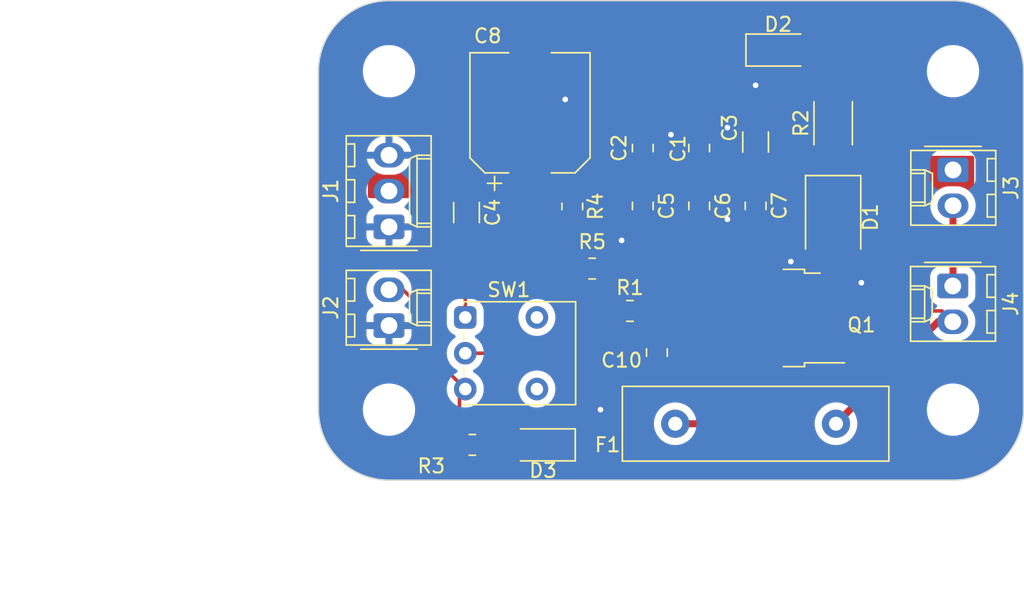
<source format=kicad_pcb>
(kicad_pcb (version 20240108) (generator "pcbnew") (generator_version "8.0")
  (title_block (title "Onboarding horns board pcb") (date "2025-09-13") (rev "0.0") (company "Illini Solar Car") (comment 1 "Designed By: Alex Wang"))
  (layers (0 "F.Cu" signal) (31 "B.Cu" signal) (34 "B.Paste" user) (35 "F.Paste" user) (36 "B.SilkS" user "B.Silkscreen") (37 "F.SilkS" user "F.Silkscreen") (38 "B.Mask" user) (39 "F.Mask" user) (44 "Edge.Cuts" user))
  (net 0 "")
  (net 1 "GND")
  (net 2 "+24V")
  (net 3 "/HORN_CTL_filtered")
  (net 4 "/HORN_IN")
  (net 5 "Net-(D2-A)")
  (net 6 "Net-(D3-A)")
  (net 7 "/HORN_IN_DRAIN")
  (net 8 "/HORN_CTL")
  (net 9 "/HORN_MIDDLE")
  (net 10 "/SW_OUT")
  (net 11 "/V_divider3.3V")
  (footprint "Capacitor_SMD:C_0805_2012Metric" (layer "F.Cu") (at 119 91.45 -90)
    (property "Reference" "C10" (at 0.55 2.5 180) (layer "F.SilkS"))
    (property "Value" "100n")
    (fp_line (start -0.261252 0.735) (end 0.261252 0.735) (stroke (width 0.12)) (layer "F.SilkS"))
    (fp_line (start -0.261252 -0.735) (end 0.261252 -0.735) (stroke (width 0.12)) (layer "F.SilkS"))
    (pad "1" smd roundrect (at -0.95 0 270) (size 1 1.45) (layers "F.Cu" "F.Paste" "F.Mask") (net 3 "/HORN_CTL_filtered"))
    (pad "2" smd roundrect (at 0.95 0 270) (size 1 1.45) (layers "F.Cu" "F.Paste" "F.Mask") (net 1 "GND"))
  )
  (footprint "Connector_Molex:Molex_KK-254_AE-6410-03A_1x03_P2.54mm_Vertical" (layer "F.Cu") (at 100 82.54 90)
    (property "Reference" "J1" (at 2.54 -4.12 90) (layer "F.SilkS"))
    (property "Value" "Conn_01x03")
    (fp_line (start 6.46 -3.03) (end -1.38 -3.03) (stroke (width 0.12)) (layer "F.SilkS"))
    (fp_line (start 4.28 -3.03) (end 4.28 -2.43) (stroke (width 0.12)) (layer "F.SilkS"))
    (fp_line (start 1.74 -3.03) (end 1.74 -2.43) (stroke (width 0.12)) (layer "F.SilkS"))
    (fp_line (start -0.8 -3.03) (end -0.8 -2.43) (stroke (width 0.12)) (layer "F.SilkS"))
    (fp_line (start -1.38 -3.03) (end -1.38 2.99) (stroke (width 0.12)) (layer "F.SilkS"))
    (fp_line (start 5.88 -2.43) (end 5.88 -3.03) (stroke (width 0.12)) (layer "F.SilkS"))
    (fp_line (start 4.28 -2.43) (end 5.88 -2.43) (stroke (width 0.12)) (layer "F.SilkS"))
    (fp_line (start 3.34 -2.43) (end 3.34 -3.03) (stroke (width 0.12)) (layer "F.SilkS"))
    (fp_line (start 1.74 -2.43) (end 3.34 -2.43) (stroke (width 0.12)) (layer "F.SilkS"))
    (fp_line (start 0.8 -2.43) (end 0.8 -3.03) (stroke (width 0.12)) (layer "F.SilkS"))
    (fp_line (start -0.8 -2.43) (end 0.8 -2.43) (stroke (width 0.12)) (layer "F.SilkS"))
    (fp_line (start -1.67 -2) (end -1.67 2) (stroke (width 0.12)) (layer "F.SilkS"))
    (fp_line (start 4.83 1.46) (end 5.08 1.99) (stroke (width 0.12)) (layer "F.SilkS"))
    (fp_line (start 0.25 1.46) (end 4.83 1.46) (stroke (width 0.12)) (layer "F.SilkS"))
    (fp_line (start 5.08 1.99) (end 5.08 2.99) (stroke (width 0.12)) (layer "F.SilkS"))
    (fp_line (start 0 1.99) (end 0.25 1.46) (stroke (width 0.12)) (layer "F.SilkS"))
    (fp_line (start 0 1.99) (end 5.08 1.99) (stroke (width 0.12)) (layer "F.SilkS"))
    (fp_line (start 6.46 2.99) (end 6.46 -3.03) (stroke (width 0.12)) (layer "F.SilkS"))
    (fp_line (start 4.83 2.99) (end 4.83 1.99) (stroke (width 0.12)) (layer "F.SilkS"))
    (fp_line (start 0.25 2.99) (end 0.25 1.99) (stroke (width 0.12)) (layer "F.SilkS"))
    (fp_line (start 0 2.99) (end 0 1.99) (stroke (width 0.12)) (layer "F.SilkS"))
    (fp_line (start -1.38 2.99) (end 6.46 2.99) (stroke (width 0.12)) (layer "F.SilkS"))
    (pad "1" thru_hole roundrect (at 0 0 90) (size 1.74 2.19) (drill 1.19) (layers "*.Cu" "*.Mask" "In1.Cu" "In2.Cu" "In3.Cu" "In4.Cu" "In5.Cu" "In6.Cu" "In7.Cu" "In8.Cu" "In9.Cu" "In10.Cu" "In11.Cu" "In12.Cu" "In13.Cu" "In14.Cu" "In15.Cu" "In16.Cu" "In17.Cu" "In18.Cu" "In19.Cu" "In20.Cu" "In21.Cu" "In22.Cu" "In23.Cu" "In24.Cu" "In25.Cu" "In26.Cu" "In27.Cu" "In28.Cu" "In29.Cu" "In30.Cu") (roundrect_rratio 0.143678) (net 1 "GND"))
    (pad "2" thru_hole oval (at 2.54 0 90) (size 1.74 2.19) (drill 1.19) (layers "*.Cu" "*.Mask" "In1.Cu" "In2.Cu" "In3.Cu" "In4.Cu" "In5.Cu" "In6.Cu" "In7.Cu" "In8.Cu" "In9.Cu" "In10.Cu" "In11.Cu" "In12.Cu" "In13.Cu" "In14.Cu" "In15.Cu" "In16.Cu" "In17.Cu" "In18.Cu" "In19.Cu" "In20.Cu" "In21.Cu" "In22.Cu" "In23.Cu" "In24.Cu" "In25.Cu" "In26.Cu" "In27.Cu" "In28.Cu" "In29.Cu" "In30.Cu") (net 2 "+24V"))
    (pad "3" thru_hole oval (at 5.08 0 90) (size 1.74 2.19) (drill 1.19) (layers "*.Cu" "*.Mask" "In1.Cu" "In2.Cu" "In3.Cu" "In4.Cu" "In5.Cu" "In6.Cu" "In7.Cu" "In8.Cu" "In9.Cu" "In10.Cu" "In11.Cu" "In12.Cu" "In13.Cu" "In14.Cu" "In15.Cu" "In16.Cu" "In17.Cu" "In18.Cu" "In19.Cu" "In20.Cu" "In21.Cu" "In22.Cu" "In23.Cu" "In24.Cu" "In25.Cu" "In26.Cu" "In27.Cu" "In28.Cu" "In29.Cu" "In30.Cu") (net 1 "GND"))
  )
  (footprint "Package_TO_SOT_SMD:TO-252-3_TabPin2" (layer "F.Cu") (at 127 89 180)
    (property "Reference" "Q1" (at -6.5 -0.5 360) (layer "F.SilkS"))
    (property "Value" "Q_NMOS_DGS")
    (fp_line (start -0.97 3.45) (end -2.47 3.45) (stroke (width 0.12)) (layer "F.SilkS"))
    (fp_line (start -0.97 -3.45) (end -2.47 -3.45) (stroke (width 0.12)) (layer "F.SilkS"))
    (fp_line (start -2.47 3.45) (end -2.47 3.18) (stroke (width 0.12)) (layer "F.SilkS"))
    (fp_line (start -2.47 3.18) (end -3.57 3.18) (stroke (width 0.12)) (layer "F.SilkS"))
    (fp_line (start -2.47 -3.18) (end -5.3 -3.18) (stroke (width 0.12)) (layer "F.SilkS"))
    (fp_line (start -2.47 -3.45) (end -2.47 -3.18) (stroke (width 0.12)) (layer "F.SilkS"))
    (pad "1" smd rect (at -4.2 -2.28 180) (size 2.2 1.2) (layers "F.Cu" "F.Paste" "F.Mask") (net 7 "/HORN_IN_DRAIN"))
    (pad "2" smd rect (at -4.2 0 180) (size 2.2 1.2) (layers "F.Cu" "F.Paste" "F.Mask") (net 3 "/HORN_CTL_filtered"))
    (pad "2" smd rect (at 2.1 0 180) (size 6.4 5.8) (layers "F.Cu" "F.Mask") (net 3 "/HORN_CTL_filtered"))
    (pad "3" smd rect (at -4.2 2.28 180) (size 2.2 1.2) (layers "F.Cu" "F.Paste" "F.Mask") (net 1 "GND"))
  )
  (footprint "Resistor_SMD:R_0805_2012Metric" (layer "F.Cu") (at 105.9125 98)
    (property "Reference" "R3" (at -2.9125 1.5 0) (layer "F.SilkS"))
    (property "Value" "130")
    (fp_line (start -0.227064 -0.735) (end 0.227064 -0.735) (stroke (width 0.12)) (layer "F.SilkS"))
    (fp_line (start -0.227064 0.735) (end 0.227064 0.735) (stroke (width 0.12)) (layer "F.SilkS"))
    (pad "1" smd roundrect (at -0.9125 0) (size 1.025 1.4) (layers "F.Cu" "F.Paste" "F.Mask") (roundrect_rratio 0.243902) (net 8 "/HORN_CTL"))
    (pad "2" smd roundrect (at 0.9125 0) (size 1.025 1.4) (layers "F.Cu" "F.Paste" "F.Mask") (roundrect_rratio 0.243902) (net 6 "Net-(D3-A)"))
  )
  (footprint "Resistor_SMD:R_0805_2012Metric" (layer "F.Cu") (at 117.0875 88.5)
    (property "Reference" "R1" (at 0 -1.65 360) (layer "F.SilkS"))
    (property "Value" "1k")
    (fp_line (start -0.227064 -0.735) (end 0.227064 -0.735) (stroke (width 0.12)) (layer "F.SilkS"))
    (fp_line (start -0.227064 0.735) (end 0.227064 0.735) (stroke (width 0.12)) (layer "F.SilkS"))
    (pad "1" smd roundrect (at -0.9125 0) (size 1.025 1.4) (layers "F.Cu" "F.Paste" "F.Mask") (roundrect_rratio 0.243902) (net 10 "/SW_OUT"))
    (pad "2" smd roundrect (at 0.9125 0) (size 1.025 1.4) (layers "F.Cu" "F.Paste" "F.Mask") (roundrect_rratio 0.243902) (net 3 "/HORN_CTL_filtered"))
  )
  (footprint "Connector_Molex:Molex_KK-254_AE-6410-02A_1x02_P2.54mm_Vertical" (layer "F.Cu") (at 100 89.54 90)
    (property "Reference" "J2" (at 1.27 -4.12 90) (layer "F.SilkS"))
    (property "Value" "Conn_01x02")
    (fp_line (start 3.92 -3.03) (end -1.38 -3.03) (stroke (width 0.12)) (layer "F.SilkS"))
    (fp_line (start 1.74 -3.03) (end 1.74 -2.43) (stroke (width 0.12)) (layer "F.SilkS"))
    (fp_line (start -0.8 -3.03) (end -0.8 -2.43) (stroke (width 0.12)) (layer "F.SilkS"))
    (fp_line (start -1.38 -3.03) (end -1.38 2.99) (stroke (width 0.12)) (layer "F.SilkS"))
    (fp_line (start 3.34 -2.43) (end 3.34 -3.03) (stroke (width 0.12)) (layer "F.SilkS"))
    (fp_line (start 1.74 -2.43) (end 3.34 -2.43) (stroke (width 0.12)) (layer "F.SilkS"))
    (fp_line (start 0.8 -2.43) (end 0.8 -3.03) (stroke (width 0.12)) (layer "F.SilkS"))
    (fp_line (start -0.8 -2.43) (end 0.8 -2.43) (stroke (width 0.12)) (layer "F.SilkS"))
    (fp_line (start -1.67 -2) (end -1.67 2) (stroke (width 0.12)) (layer "F.SilkS"))
    (fp_line (start 2.29 1.46) (end 2.54 1.99) (stroke (width 0.12)) (layer "F.SilkS"))
    (fp_line (start 0.25 1.46) (end 2.29 1.46) (stroke (width 0.12)) (layer "F.SilkS"))
    (fp_line (start 2.54 1.99) (end 2.54 2.99) (stroke (width 0.12)) (layer "F.SilkS"))
    (fp_line (start 0 1.99) (end 0.25 1.46) (stroke (width 0.12)) (layer "F.SilkS"))
    (fp_line (start 0 1.99) (end 2.54 1.99) (stroke (width 0.12)) (layer "F.SilkS"))
    (fp_line (start 3.92 2.99) (end 3.92 -3.03) (stroke (width 0.12)) (layer "F.SilkS"))
    (fp_line (start 2.29 2.99) (end 2.29 1.99) (stroke (width 0.12)) (layer "F.SilkS"))
    (fp_line (start 0.25 2.99) (end 0.25 1.99) (stroke (width 0.12)) (layer "F.SilkS"))
    (fp_line (start 0 2.99) (end 0 1.99) (stroke (width 0.12)) (layer "F.SilkS"))
    (fp_line (start -1.38 2.99) (end 3.92 2.99) (stroke (width 0.12)) (layer "F.SilkS"))
    (pad "1" thru_hole roundrect (at 0 0 90) (size 1.74 2.19) (drill 1.19) (layers "*.Cu" "*.Mask" "In1.Cu" "In2.Cu" "In3.Cu" "In4.Cu" "In5.Cu" "In6.Cu" "In7.Cu" "In8.Cu" "In9.Cu" "In10.Cu" "In11.Cu" "In12.Cu" "In13.Cu" "In14.Cu" "In15.Cu" "In16.Cu" "In17.Cu" "In18.Cu" "In19.Cu" "In20.Cu" "In21.Cu" "In22.Cu" "In23.Cu" "In24.Cu" "In25.Cu" "In26.Cu" "In27.Cu" "In28.Cu" "In29.Cu" "In30.Cu") (roundrect_rratio 0.143678) (net 1 "GND"))
    (pad "2" thru_hole oval (at 2.54 0 90) (size 1.74 2.19) (drill 1.19) (layers "*.Cu" "*.Mask" "In1.Cu" "In2.Cu" "In3.Cu" "In4.Cu" "In5.Cu" "In6.Cu" "In7.Cu" "In8.Cu" "In9.Cu" "In10.Cu" "In11.Cu" "In12.Cu" "In13.Cu" "In14.Cu" "In15.Cu" "In16.Cu" "In17.Cu" "In18.Cu" "In19.Cu" "In20.Cu" "In21.Cu" "In22.Cu" "In23.Cu" "In24.Cu" "In25.Cu" "In26.Cu" "In27.Cu" "In28.Cu" "In29.Cu" "In30.Cu") (net 8 "/HORN_CTL"))
  )
  (footprint "Capacitor_SMD:C_0805_2012Metric" (layer "F.Cu") (at 122 76.95 90)
    (property "Reference" "C1" (at -0.05 -1.5 -90) (layer "F.SilkS"))
    (property "Value" "1u")
    (fp_line (start -0.261252 -0.735) (end 0.261252 -0.735) (stroke (width 0.12)) (layer "F.SilkS"))
    (fp_line (start -0.261252 0.735) (end 0.261252 0.735) (stroke (width 0.12)) (layer "F.SilkS"))
    (pad "1" smd roundrect (at -0.95 0 90) (size 1 1.45) (layers "F.Cu" "F.Paste" "F.Mask") (net 2 "+24V"))
    (pad "2" smd roundrect (at 0.95 0 90) (size 1 1.45) (layers "F.Cu" "F.Paste" "F.Mask") (net 1 "GND"))
  )
  (footprint "Connector_Molex:Molex_KK-254_AE-6410-02A_1x02_P2.54mm_Vertical" (layer "F.Cu") (at 139.98 86.73 -90)
    (property "Reference" "J4" (at 1.27 -4.12 90) (layer "F.SilkS"))
    (property "Value" "Conn_01x02")
    (fp_line (start -1.38 2.99) (end 3.92 2.99) (stroke (width 0.12)) (layer "F.SilkS"))
    (fp_line (start 0 2.99) (end 0 1.99) (stroke (width 0.12)) (layer "F.SilkS"))
    (fp_line (start 0.25 2.99) (end 0.25 1.99) (stroke (width 0.12)) (layer "F.SilkS"))
    (fp_line (start 2.29 2.99) (end 2.29 1.99) (stroke (width 0.12)) (layer "F.SilkS"))
    (fp_line (start 3.92 2.99) (end 3.92 -3.03) (stroke (width 0.12)) (layer "F.SilkS"))
    (fp_line (start 0 1.99) (end 2.54 1.99) (stroke (width 0.12)) (layer "F.SilkS"))
    (fp_line (start 0 1.99) (end 0.25 1.46) (stroke (width 0.12)) (layer "F.SilkS"))
    (fp_line (start 2.54 1.99) (end 2.54 2.99) (stroke (width 0.12)) (layer "F.SilkS"))
    (fp_line (start 0.25 1.46) (end 2.29 1.46) (stroke (width 0.12)) (layer "F.SilkS"))
    (fp_line (start 2.29 1.46) (end 2.54 1.99) (stroke (width 0.12)) (layer "F.SilkS"))
    (fp_line (start -1.67 -2) (end -1.67 2) (stroke (width 0.12)) (layer "F.SilkS"))
    (fp_line (start -0.8 -2.43) (end 0.8 -2.43) (stroke (width 0.12)) (layer "F.SilkS"))
    (fp_line (start 0.8 -2.43) (end 0.8 -3.03) (stroke (width 0.12)) (layer "F.SilkS"))
    (fp_line (start 1.74 -2.43) (end 3.34 -2.43) (stroke (width 0.12)) (layer "F.SilkS"))
    (fp_line (start 3.34 -2.43) (end 3.34 -3.03) (stroke (width 0.12)) (layer "F.SilkS"))
    (fp_line (start -1.38 -3.03) (end -1.38 2.99) (stroke (width 0.12)) (layer "F.SilkS"))
    (fp_line (start -0.8 -3.03) (end -0.8 -2.43) (stroke (width 0.12)) (layer "F.SilkS"))
    (fp_line (start 1.74 -3.03) (end 1.74 -2.43) (stroke (width 0.12)) (layer "F.SilkS"))
    (fp_line (start 3.92 -3.03) (end -1.38 -3.03) (stroke (width 0.12)) (layer "F.SilkS"))
    (pad "1" thru_hole roundrect (at 0 0 270) (size 1.74 2.19) (drill 1.19) (layers "*.Cu" "*.Mask" "In1.Cu" "In2.Cu" "In3.Cu" "In4.Cu" "In5.Cu" "In6.Cu" "In7.Cu" "In8.Cu" "In9.Cu" "In10.Cu" "In11.Cu" "In12.Cu" "In13.Cu" "In14.Cu" "In15.Cu" "In16.Cu" "In17.Cu" "In18.Cu" "In19.Cu" "In20.Cu" "In21.Cu" "In22.Cu" "In23.Cu" "In24.Cu" "In25.Cu" "In26.Cu" "In27.Cu" "In28.Cu" "In29.Cu" "In30.Cu") (roundrect_rratio 0.143678) (net 9 "/HORN_MIDDLE"))
    (pad "2" thru_hole oval (at 2.54 0 270) (size 1.74 2.19) (drill 1.19) (layers "*.Cu" "*.Mask" "In1.Cu" "In2.Cu" "In3.Cu" "In4.Cu" "In5.Cu" "In6.Cu" "In7.Cu" "In8.Cu" "In9.Cu" "In10.Cu" "In11.Cu" "In12.Cu" "In13.Cu" "In14.Cu" "In15.Cu" "In16.Cu" "In17.Cu" "In18.Cu" "In19.Cu" "In20.Cu" "In21.Cu" "In22.Cu" "In23.Cu" "In24.Cu" "In25.Cu" "In26.Cu" "In27.Cu" "In28.Cu" "In29.Cu" "In30.Cu") (net 4 "/HORN_IN"))
  )
  (footprint "Capacitor_SMD:C_1206_3216Metric" (layer "F.Cu") (at 105.5 81.525 -90)
    (property "Reference" "C4" (at 0 -1.85 90) (layer "F.SilkS"))
    (property "Value" "10u")
    (fp_line (start -0.711252 0.91) (end 0.711252 0.91) (stroke (width 0.12)) (layer "F.SilkS"))
    (fp_line (start -0.711252 -0.91) (end 0.711252 -0.91) (stroke (width 0.12)) (layer "F.SilkS"))
    (pad "1" smd roundrect (at -1.475 0 270) (size 1.15 1.8) (layers "F.Cu" "F.Paste" "F.Mask") (roundrect_rratio 0.217391) (net 2 "+24V"))
    (pad "2" smd roundrect (at 1.475 0 270) (size 1.15 1.8) (layers "F.Cu" "F.Paste" "F.Mask") (roundrect_rratio 0.217391) (net 1 "GND"))
  )
  (footprint "Diode_SMD:D_1812_4532Metric" (layer "F.Cu") (at 131.5 81.8625 -90)
    (property "Reference" "D1" (at 0 -2.65 90) (layer "F.SilkS"))
    (property "Value" "D")
    (fp_line (start -2.96 1.96) (end 2.25 1.96) (stroke (width 0.12)) (layer "F.SilkS"))
    (fp_line (start -2.96 -1.96) (end -2.96 1.96) (stroke (width 0.12)) (layer "F.SilkS"))
    (fp_line (start 2.25 -1.96) (end -2.96 -1.96) (stroke (width 0.12)) (layer "F.SilkS"))
    (pad "1" smd roundrect (at -2.1375 0 270) (size 1.125 3.4) (layers "F.Cu" "F.Paste" "F.Mask") (roundrect_rratio 0.222222) (net 2 "+24V"))
    (pad "2" smd roundrect (at 2.1375 0 270) (size 1.125 3.4) (layers "F.Cu" "F.Paste" "F.Mask") (roundrect_rratio 0.222222) (net 4 "/HORN_IN"))
  )
  (footprint "Capacitor_SMD:C_1206_3216Metric" (layer "F.Cu") (at 126 76.525 90)
    (property "Reference" "C3" (at 1 -1.85 90) (layer "F.SilkS"))
    (property "Value" "10u")
    (fp_line (start -0.711252 -0.91) (end 0.711252 -0.91) (stroke (width 0.12)) (layer "F.SilkS"))
    (fp_line (start -0.711252 0.91) (end 0.711252 0.91) (stroke (width 0.12)) (layer "F.SilkS"))
    (pad "1" smd roundrect (at -1.475 0 90) (size 1.15 1.8) (layers "F.Cu" "F.Paste" "F.Mask") (roundrect_rratio 0.217391) (net 2 "+24V"))
    (pad "2" smd roundrect (at 1.475 0 90) (size 1.15 1.8) (layers "F.Cu" "F.Paste" "F.Mask") (roundrect_rratio 0.217391) (net 1 "GND"))
  )
  (footprint "Capacitor_SMD:C_0805_2012Metric" (layer "F.Cu") (at 118 76.95 90)
    (property "Reference" "C2" (at 0 -1.68 90) (layer "F.SilkS"))
    (property "Value" "1u")
    (fp_line (start -0.261252 -0.735) (end 0.261252 -0.735) (stroke (width 0.12)) (layer "F.SilkS"))
    (fp_line (start -0.261252 0.735) (end 0.261252 0.735) (stroke (width 0.12)) (layer "F.SilkS"))
    (pad "1" smd roundrect (at -0.95 0 90) (size 1 1.45) (layers "F.Cu" "F.Paste" "F.Mask") (net 2 "+24V"))
    (pad "2" smd roundrect (at 0.95 0 90) (size 1 1.45) (layers "F.Cu" "F.Paste" "F.Mask") (net 1 "GND"))
  )
  (footprint "Capacitor_SMD:C_0805_2012Metric" (layer "F.Cu") (at 126 81.05 -90)
    (property "Reference" "C7" (at 0 -1.68 90) (layer "F.SilkS"))
    (property "Value" "100n")
    (fp_line (start -0.261252 0.735) (end 0.261252 0.735) (stroke (width 0.12)) (layer "F.SilkS"))
    (fp_line (start -0.261252 -0.735) (end 0.261252 -0.735) (stroke (width 0.12)) (layer "F.SilkS"))
    (pad "1" smd roundrect (at -0.95 0 270) (size 1 1.45) (layers "F.Cu" "F.Paste" "F.Mask") (net 2 "+24V"))
    (pad "2" smd roundrect (at 0.95 0 270) (size 1 1.45) (layers "F.Cu" "F.Paste" "F.Mask") (net 1 "GND"))
  )
  (footprint "Button_Switch_THT:SW_Push_1P2T_Vertical_E-Switch_800UDP8P1A1M6" (layer "F.Cu") (at 105.41 88.96)
    (property "Reference" "SW1" (at 3.09 -1.96 360) (layer "F.SilkS"))
    (property "Value" "SW_Push_SPDT")
    (fp_line (start -0.12 -1.11) (end -0.12 -0.96) (stroke (width 0.12)) (layer "F.SilkS"))
    (fp_line (start -0.12 1.54) (end -0.12 1.04) (stroke (width 0.12)) (layer "F.SilkS"))
    (fp_line (start -0.12 4.04) (end -0.12 3.54) (stroke (width 0.12)) (layer "F.SilkS"))
    (fp_line (start -0.12 6.19) (end -0.12 6.04) (stroke (width 0.12)) (layer "F.SilkS"))
    (fp_line (start -0.12 6.19) (end 7.83 6.19) (stroke (width 0.12)) (layer "F.SilkS"))
    (fp_line (start 7.83 -1.11) (end -0.12 -1.11) (stroke (width 0.12)) (layer "F.SilkS"))
    (fp_line (start 7.83 6.19) (end 7.83 -1.11) (stroke (width 0.12)) (layer "F.SilkS"))
    (pad "" thru_hole circle (at 5.08 0 180) (size 1.6 1.6) (drill 0.89) (layers "*.Cu" "*.Mask" "In1.Cu" "In2.Cu" "In3.Cu" "In4.Cu" "In5.Cu" "In6.Cu" "In7.Cu" "In8.Cu" "In9.Cu" "In10.Cu" "In11.Cu" "In12.Cu" "In13.Cu" "In14.Cu" "In15.Cu" "In16.Cu" "In17.Cu" "In18.Cu" "In19.Cu" "In20.Cu" "In21.Cu" "In22.Cu" "In23.Cu" "In24.Cu" "In25.Cu" "In26.Cu" "In27.Cu" "In28.Cu" "In29.Cu" "In30.Cu"))
    (pad "" thru_hole circle (at 5.08 5.08 180) (size 1.6 1.6) (drill 0.89) (layers "*.Cu" "*.Mask" "In1.Cu" "In2.Cu" "In3.Cu" "In4.Cu" "In5.Cu" "In6.Cu" "In7.Cu" "In8.Cu" "In9.Cu" "In10.Cu" "In11.Cu" "In12.Cu" "In13.Cu" "In14.Cu" "In15.Cu" "In16.Cu" "In17.Cu" "In18.Cu" "In19.Cu" "In20.Cu" "In21.Cu" "In22.Cu" "In23.Cu" "In24.Cu" "In25.Cu" "In26.Cu" "In27.Cu" "In28.Cu" "In29.Cu" "In30.Cu"))
    (pad "1" thru_hole roundrect (at 0 0 180) (size 1.6 1.6) (drill 0.89) (layers "*.Cu" "*.Mask" "In1.Cu" "In2.Cu" "In3.Cu" "In4.Cu" "In5.Cu" "In6.Cu" "In7.Cu" "In8.Cu" "In9.Cu" "In10.Cu" "In11.Cu" "In12.Cu" "In13.Cu" "In14.Cu" "In15.Cu" "In16.Cu" "In17.Cu" "In18.Cu" "In19.Cu" "In20.Cu" "In21.Cu" "In22.Cu" "In23.Cu" "In24.Cu" "In25.Cu" "In26.Cu" "In27.Cu" "In28.Cu" "In29.Cu" "In30.Cu") (net 11 "/V_divider3.3V"))
    (pad "2" thru_hole circle (at 0 2.54 180) (size 1.6 1.6) (drill 0.89) (layers "*.Cu" "*.Mask" "In1.Cu" "In2.Cu" "In3.Cu" "In4.Cu" "In5.Cu" "In6.Cu" "In7.Cu" "In8.Cu" "In9.Cu" "In10.Cu" "In11.Cu" "In12.Cu" "In13.Cu" "In14.Cu" "In15.Cu" "In16.Cu" "In17.Cu" "In18.Cu" "In19.Cu" "In20.Cu" "In21.Cu" "In22.Cu" "In23.Cu" "In24.Cu" "In25.Cu" "In26.Cu" "In27.Cu" "In28.Cu" "In29.Cu" "In30.Cu") (net 10 "/SW_OUT"))
    (pad "3" thru_hole circle (at 0 5.08 180) (size 1.6 1.6) (drill 0.89) (layers "*.Cu" "*.Mask" "In1.Cu" "In2.Cu" "In3.Cu" "In4.Cu" "In5.Cu" "In6.Cu" "In7.Cu" "In8.Cu" "In9.Cu" "In10.Cu" "In11.Cu" "In12.Cu" "In13.Cu" "In14.Cu" "In15.Cu" "In16.Cu" "In17.Cu" "In18.Cu" "In19.Cu" "In20.Cu" "In21.Cu" "In22.Cu" "In23.Cu" "In24.Cu" "In25.Cu" "In26.Cu" "In27.Cu" "In28.Cu" "In29.Cu" "In30.Cu") (net 8 "/HORN_CTL"))
  )
  (footprint "MountingHole:MountingHole_3.2mm_M3" (layer "F.Cu") (at 100 71.5)
    (property "Reference" "REF**" (hide yes))
    (property "Value" "MountingHole_3.2mm_M3" (hide yes))
    (pad "" np_thru_hole circle (at 0 0) (size 3.2 3.2) (drill 3.2) (layers "*.Cu" "*.Mask" "In1.Cu" "In2.Cu" "In3.Cu" "In4.Cu" "In5.Cu" "In6.Cu" "In7.Cu" "In8.Cu" "In9.Cu" "In10.Cu" "In11.Cu" "In12.Cu" "In13.Cu" "In14.Cu" "In15.Cu" "In16.Cu" "In17.Cu" "In18.Cu" "In19.Cu" "In20.Cu" "In21.Cu" "In22.Cu" "In23.Cu" "In24.Cu" "In25.Cu" "In26.Cu" "In27.Cu" "In28.Cu" "In29.Cu" "In30.Cu"))
  )
  (footprint "Capacitor_SMD:C_0805_2012Metric" (layer "F.Cu") (at 118 81.05 -90)
    (property "Reference" "C5" (at 0 -1.68 90) (layer "F.SilkS"))
    (property "Value" "100n")
    (fp_line (start -0.261252 0.735) (end 0.261252 0.735) (stroke (width 0.12)) (layer "F.SilkS"))
    (fp_line (start -0.261252 -0.735) (end 0.261252 -0.735) (stroke (width 0.12)) (layer "F.SilkS"))
    (pad "1" smd roundrect (at -0.95 0 270) (size 1 1.45) (layers "F.Cu" "F.Paste" "F.Mask") (net 2 "+24V"))
    (pad "2" smd roundrect (at 0.95 0 270) (size 1 1.45) (layers "F.Cu" "F.Paste" "F.Mask") (net 1 "GND"))
  )
  (footprint "Connector_Molex:Molex_KK-254_AE-6410-02A_1x02_P2.54mm_Vertical" (layer "F.Cu") (at 140 78.5 -90)
    (property "Reference" "J3" (at 1.27 -4.12 90) (layer "F.SilkS"))
    (property "Value" "Conn_01x02")
    (fp_line (start -1.38 2.99) (end 3.92 2.99) (stroke (width 0.12)) (layer "F.SilkS"))
    (fp_line (start 0 2.99) (end 0 1.99) (stroke (width 0.12)) (layer "F.SilkS"))
    (fp_line (start 0.25 2.99) (end 0.25 1.99) (stroke (width 0.12)) (layer "F.SilkS"))
    (fp_line (start 2.29 2.99) (end 2.29 1.99) (stroke (width 0.12)) (layer "F.SilkS"))
    (fp_line (start 3.92 2.99) (end 3.92 -3.03) (stroke (width 0.12)) (layer "F.SilkS"))
    (fp_line (start 0 1.99) (end 2.54 1.99) (stroke (width 0.12)) (layer "F.SilkS"))
    (fp_line (start 0 1.99) (end 0.25 1.46) (stroke (width 0.12)) (layer "F.SilkS"))
    (fp_line (start 2.54 1.99) (end 2.54 2.99) (stroke (width 0.12)) (layer "F.SilkS"))
    (fp_line (start 0.25 1.46) (end 2.29 1.46) (stroke (width 0.12)) (layer "F.SilkS"))
    (fp_line (start 2.29 1.46) (end 2.54 1.99) (stroke (width 0.12)) (layer "F.SilkS"))
    (fp_line (start -1.67 -2) (end -1.67 2) (stroke (width 0.12)) (layer "F.SilkS"))
    (fp_line (start -0.8 -2.43) (end 0.8 -2.43) (stroke (width 0.12)) (layer "F.SilkS"))
    (fp_line (start 0.8 -2.43) (end 0.8 -3.03) (stroke (width 0.12)) (layer "F.SilkS"))
    (fp_line (start 1.74 -2.43) (end 3.34 -2.43) (stroke (width 0.12)) (layer "F.SilkS"))
    (fp_line (start 3.34 -2.43) (end 3.34 -3.03) (stroke (width 0.12)) (layer "F.SilkS"))
    (fp_line (start -1.38 -3.03) (end -1.38 2.99) (stroke (width 0.12)) (layer "F.SilkS"))
    (fp_line (start -0.8 -3.03) (end -0.8 -2.43) (stroke (width 0.12)) (layer "F.SilkS"))
    (fp_line (start 1.74 -3.03) (end 1.74 -2.43) (stroke (width 0.12)) (layer "F.SilkS"))
    (fp_line (start 3.92 -3.03) (end -1.38 -3.03) (stroke (width 0.12)) (layer "F.SilkS"))
    (pad "1" thru_hole roundrect (at 0 0 270) (size 1.74 2.19) (drill 1.19) (layers "*.Cu" "*.Mask" "In1.Cu" "In2.Cu" "In3.Cu" "In4.Cu" "In5.Cu" "In6.Cu" "In7.Cu" "In8.Cu" "In9.Cu" "In10.Cu" "In11.Cu" "In12.Cu" "In13.Cu" "In14.Cu" "In15.Cu" "In16.Cu" "In17.Cu" "In18.Cu" "In19.Cu" "In20.Cu" "In21.Cu" "In22.Cu" "In23.Cu" "In24.Cu" "In25.Cu" "In26.Cu" "In27.Cu" "In28.Cu" "In29.Cu" "In30.Cu") (roundrect_rratio 0.143678) (net 2 "+24V"))
    (pad "2" thru_hole oval (at 2.54 0 270) (size 1.74 2.19) (drill 1.19) (layers "*.Cu" "*.Mask" "In1.Cu" "In2.Cu" "In3.Cu" "In4.Cu" "In5.Cu" "In6.Cu" "In7.Cu" "In8.Cu" "In9.Cu" "In10.Cu" "In11.Cu" "In12.Cu" "In13.Cu" "In14.Cu" "In15.Cu" "In16.Cu" "In17.Cu" "In18.Cu" "In19.Cu" "In20.Cu" "In21.Cu" "In22.Cu" "In23.Cu" "In24.Cu" "In25.Cu" "In26.Cu" "In27.Cu" "In28.Cu" "In29.Cu" "In30.Cu") (net 9 "/HORN_MIDDLE"))
  )
  (footprint "LED_SMD:LED_1206_3216Metric" (layer "F.Cu") (at 127.6 70)
    (property "Reference" "D2" (at 0 -1.82 360) (layer "F.SilkS"))
    (property "Value" "RED_LED")
    (fp_line (start -2.285 -1.135) (end -2.285 1.135) (stroke (width 0.12)) (layer "F.SilkS"))
    (fp_line (start -2.285 1.135) (end 1.6 1.135) (stroke (width 0.12)) (layer "F.SilkS"))
    (fp_line (start 1.6 -1.135) (end -2.285 -1.135) (stroke (width 0.12)) (layer "F.SilkS"))
    (pad "1" smd roundrect (at -1.4 0) (size 1.25 1.75) (layers "F.Cu" "F.Paste" "F.Mask") (roundrect_rratio 0.2) (net 1 "GND"))
    (pad "2" smd roundrect (at 1.4 0) (size 1.25 1.75) (layers "F.Cu" "F.Paste" "F.Mask") (roundrect_rratio 0.2) (net 5 "Net-(D2-A)"))
  )
  (footprint "Capacitor_SMD:C_0805_2012Metric" (layer "F.Cu") (at 122 81.05 -90)
    (property "Reference" "C6" (at 0 -1.68 90) (layer "F.SilkS"))
    (property "Value" "100n")
    (fp_line (start -0.261252 0.735) (end 0.261252 0.735) (stroke (width 0.12)) (layer "F.SilkS"))
    (fp_line (start -0.261252 -0.735) (end 0.261252 -0.735) (stroke (width 0.12)) (layer "F.SilkS"))
    (pad "1" smd roundrect (at -0.95 0 270) (size 1 1.45) (layers "F.Cu" "F.Paste" "F.Mask") (net 2 "+24V"))
    (pad "2" smd roundrect (at 0.95 0 270) (size 1 1.45) (layers "F.Cu" "F.Paste" "F.Mask") (net 1 "GND"))
  )
  (footprint "MountingHole:MountingHole_3.2mm_M3" (layer "F.Cu") (at 100 95.5)
    (property "Reference" "REF**" (hide yes))
    (property "Value" "MountingHole_3.2mm_M3" (hide yes))
    (pad "" np_thru_hole circle (at 0 0) (size 3.2 3.2) (drill 3.2) (layers "*.Cu" "*.Mask" "In1.Cu" "In2.Cu" "In3.Cu" "In4.Cu" "In5.Cu" "In6.Cu" "In7.Cu" "In8.Cu" "In9.Cu" "In10.Cu" "In11.Cu" "In12.Cu" "In13.Cu" "In14.Cu" "In15.Cu" "In16.Cu" "In17.Cu" "In18.Cu" "In19.Cu" "In20.Cu" "In21.Cu" "In22.Cu" "In23.Cu" "In24.Cu" "In25.Cu" "In26.Cu" "In27.Cu" "In28.Cu" "In29.Cu" "In30.Cu"))
  )
  (footprint "Capacitor_SMD:CP_Elec_8x5.4" (layer "F.Cu") (at 110 74.45 90)
    (property "Reference" "C8" (at 5.45 -3 180) (layer "F.SilkS"))
    (property "Value" "100u")
    (fp_line (start 4.26 -4.26) (end 4.26 -1.51) (stroke (width 0.12)) (layer "F.SilkS"))
    (fp_line (start -3.195563 -4.26) (end 4.26 -4.26) (stroke (width 0.12)) (layer "F.SilkS"))
    (fp_line (start -4.26 -3.195563) (end -3.195563 -4.26) (stroke (width 0.12)) (layer "F.SilkS"))
    (fp_line (start -4.26 -3.195563) (end -4.26 -1.51) (stroke (width 0.12)) (layer "F.SilkS"))
    (fp_line (start -5 -3.01) (end -5 -2.01) (stroke (width 0.12)) (layer "F.SilkS"))
    (fp_line (start -5.5 -2.51) (end -4.5 -2.51) (stroke (width 0.12)) (layer "F.SilkS"))
    (fp_line (start -4.26 3.195563) (end -4.26 1.51) (stroke (width 0.12)) (layer "F.SilkS"))
    (fp_line (start -4.26 3.195563) (end -3.195563 4.26) (stroke (width 0.12)) (layer "F.SilkS"))
    (fp_line (start 4.26 4.26) (end 4.26 1.51) (stroke (width 0.12)) (layer "F.SilkS"))
    (fp_line (start -3.195563 4.26) (end 4.26 4.26) (stroke (width 0.12)) (layer "F.SilkS"))
    (pad "1" smd roundrect (at -3.05 0 90) (size 4 2.5) (layers "F.Cu" "F.Paste" "F.Mask") (roundrect_rratio 0.1) (net 2 "+24V"))
    (pad "2" smd roundrect (at 3.05 0 90) (size 4 2.5) (layers "F.Cu" "F.Paste" "F.Mask") (roundrect_rratio 0.1) (net 1 "GND"))
  )
  (footprint "Resistor_SMD:R_0805_2012Metric" (layer "F.Cu") (at 113 81.0875 -90)
    (property "Reference" "R4" (at 0 -1.65 90) (layer "F.SilkS"))
    (property "Value" "15k")
    (fp_line (start -0.227064 0.735) (end 0.227064 0.735) (stroke (width 0.12)) (layer "F.SilkS"))
    (fp_line (start -0.227064 -0.735) (end 0.227064 -0.735) (stroke (width 0.12)) (layer "F.SilkS"))
    (pad "1" smd roundrect (at -0.9125 0 270) (size 1.025 1.4) (layers "F.Cu" "F.Paste" "F.Mask") (roundrect_rratio 0.243902) (net 2 "+24V"))
    (pad "2" smd roundrect (at 0.9125 0 270) (size 1.025 1.4) (layers "F.Cu" "F.Paste" "F.Mask") (roundrect_rratio 0.243902) (net 11 "/V_divider3.3V"))
  )
  (footprint "MountingHole:MountingHole_3.2mm_M3" (layer "F.Cu") (at 140 71.5)
    (property "Reference" "REF**" (hide yes))
    (property "Value" "MountingHole_3.2mm_M3" (hide yes))
    (pad "" np_thru_hole circle (at 0 0) (size 3.2 3.2) (drill 3.2) (layers "*.Cu" "*.Mask" "In1.Cu" "In2.Cu" "In3.Cu" "In4.Cu" "In5.Cu" "In6.Cu" "In7.Cu" "In8.Cu" "In9.Cu" "In10.Cu" "In11.Cu" "In12.Cu" "In13.Cu" "In14.Cu" "In15.Cu" "In16.Cu" "In17.Cu" "In18.Cu" "In19.Cu" "In20.Cu" "In21.Cu" "In22.Cu" "In23.Cu" "In24.Cu" "In25.Cu" "In26.Cu" "In27.Cu" "In28.Cu" "In29.Cu" "In30.Cu"))
  )
  (footprint "Resistor_SMD:R_2010_5025Metric" (layer "F.Cu") (at 131.5 75.1875 90)
    (property "Reference" "R2" (at 0 -2.28 90) (layer "F.SilkS"))
    (property "Value" "2k4")
    (fp_line (start -1.527064 -1.36) (end 1.527064 -1.36) (stroke (width 0.12)) (layer "F.SilkS"))
    (fp_line (start -1.527064 1.36) (end 1.527064 1.36) (stroke (width 0.12)) (layer "F.SilkS"))
    (pad "1" smd roundrect (at -2.3125 0 90) (size 1.225 2.65) (layers "F.Cu" "F.Paste" "F.Mask") (roundrect_rratio 0.204082) (net 2 "+24V"))
    (pad "2" smd roundrect (at 2.3125 0 90) (size 1.225 2.65) (layers "F.Cu" "F.Paste" "F.Mask") (roundrect_rratio 0.204082) (net 5 "Net-(D2-A)"))
  )
  (footprint "Fuse:Fuse_Littelfuse-LVR100" (layer "F.Cu") (at 131.7 96.5 180)
    (property "Reference" "F1" (at 16.2 -1.5 360) (layer "F.SilkS"))
    (property "Value" "2A")
    (fp_line (start 15.15 2.65) (end 15.15 -2.65) (stroke (width 0.12)) (layer "F.SilkS"))
    (fp_line (start 15.15 2.65) (end -3.75 2.65) (stroke (width 0.12)) (layer "F.SilkS"))
    (fp_line (start -3.75 -2.65) (end 15.15 -2.65) (stroke (width 0.12)) (layer "F.SilkS"))
    (fp_line (start -3.75 -2.65) (end -3.75 2.65) (stroke (width 0.12)) (layer "F.SilkS"))
    (pad "1" thru_hole circle (at 0 0 180) (size 2 2) (drill 1) (layers "*.Cu" "*.Mask" "In1.Cu" "In2.Cu" "In3.Cu" "In4.Cu" "In5.Cu" "In6.Cu" "In7.Cu" "In8.Cu" "In9.Cu" "In10.Cu" "In11.Cu" "In12.Cu" "In13.Cu" "In14.Cu" "In15.Cu" "In16.Cu" "In17.Cu" "In18.Cu" "In19.Cu" "In20.Cu" "In21.Cu" "In22.Cu" "In23.Cu" "In24.Cu" "In25.Cu" "In26.Cu" "In27.Cu" "In28.Cu" "In29.Cu" "In30.Cu") (net 4 "/HORN_IN"))
    (pad "2" thru_hole circle (at 11.4 0 180) (size 2 2) (drill 1) (layers "*.Cu" "*.Mask" "In1.Cu" "In2.Cu" "In3.Cu" "In4.Cu" "In5.Cu" "In6.Cu" "In7.Cu" "In8.Cu" "In9.Cu" "In10.Cu" "In11.Cu" "In12.Cu" "In13.Cu" "In14.Cu" "In15.Cu" "In16.Cu" "In17.Cu" "In18.Cu" "In19.Cu" "In20.Cu" "In21.Cu" "In22.Cu" "In23.Cu" "In24.Cu" "In25.Cu" "In26.Cu" "In27.Cu" "In28.Cu" "In29.Cu" "In30.Cu") (net 7 "/HORN_IN_DRAIN"))
  )
  (footprint "MountingHole:MountingHole_3.2mm_M3" (layer "F.Cu") (at 140 95.5)
    (property "Reference" "REF**" (hide yes))
    (property "Value" "MountingHole_3.2mm_M3" (hide yes))
    (pad "" np_thru_hole circle (at 0 0) (size 3.2 3.2) (drill 3.2) (layers "*.Cu" "*.Mask" "In1.Cu" "In2.Cu" "In3.Cu" "In4.Cu" "In5.Cu" "In6.Cu" "In7.Cu" "In8.Cu" "In9.Cu" "In10.Cu" "In11.Cu" "In12.Cu" "In13.Cu" "In14.Cu" "In15.Cu" "In16.Cu" "In17.Cu" "In18.Cu" "In19.Cu" "In20.Cu" "In21.Cu" "In22.Cu" "In23.Cu" "In24.Cu" "In25.Cu" "In26.Cu" "In27.Cu" "In28.Cu" "In29.Cu" "In30.Cu"))
  )
  (footprint "LED_SMD:LED_1206_3216Metric" (layer "F.Cu") (at 110.925 98 180)
    (property "Reference" "D3" (at 0 -1.82 360) (layer "F.SilkS"))
    (property "Value" "GREEN_LED")
    (fp_line (start 1.6 -1.135) (end -2.285 -1.135) (stroke (width 0.12)) (layer "F.SilkS"))
    (fp_line (start -2.285 1.135) (end 1.6 1.135) (stroke (width 0.12)) (layer "F.SilkS"))
    (fp_line (start -2.285 -1.135) (end -2.285 1.135) (stroke (width 0.12)) (layer "F.SilkS"))
    (pad "1" smd roundrect (at -1.4 0 180) (size 1.25 1.75) (layers "F.Cu" "F.Paste" "F.Mask") (roundrect_rratio 0.2) (net 1 "GND"))
    (pad "2" smd roundrect (at 1.4 0 180) (size 1.25 1.75) (layers "F.Cu" "F.Paste" "F.Mask") (roundrect_rratio 0.2) (net 6 "Net-(D3-A)"))
  )
  (footprint "Resistor_SMD:R_0805_2012Metric" (layer "F.Cu") (at 114.4125 85.5)
    (property "Reference" "R5" (at 0 -1.9 0) (layer "F.SilkS"))
    (property "Value" "2.4k")
    (fp_line (start -0.227064 -0.735) (end 0.227064 -0.735) (stroke (width 0.12)) (layer "F.SilkS"))
    (fp_line (start -0.227064 0.735) (end 0.227064 0.735) (stroke (width 0.12)) (layer "F.SilkS"))
    (pad "1" smd roundrect (at -0.9125 0) (size 1.025 1.4) (layers "F.Cu" "F.Paste" "F.Mask") (roundrect_rratio 0.243902) (net 11 "/V_divider3.3V"))
    (pad "2" smd roundrect (at 0.9125 0) (size 1.025 1.4) (layers "F.Cu" "F.Paste" "F.Mask") (roundrect_rratio 0.243902) (net 1 "GND"))
  )
  (gr_line (start 145 95.5) (end 145 71.5) (stroke (width 0.1)) (layer "Edge.Cuts"))
  (gr_arc (start 145 95.5) (mid 143.535534 99.035534) (end 140 100.5) (stroke (width 0.1)) (layer "Edge.Cuts"))
  (gr_line (start 95 95.5) (end 95 71.5) (stroke (width 0.1)) (layer "Edge.Cuts"))
  (gr_line (start 140 100.5) (end 100 100.5) (stroke (width 0.1)) (layer "Edge.Cuts"))
  (gr_arc (start 95 71.5) (mid 96.464466 67.964466) (end 100 66.5) (stroke (width 0.1)) (layer "Edge.Cuts"))
  (gr_arc (start 100 100.5) (mid 96.464466 99.035534) (end 95 95.5) (stroke (width 0.1)) (layer "Edge.Cuts"))
  (gr_arc (start 140 66.5) (mid 143.535534 67.964466) (end 145 71.5) (stroke (width 0.1)) (layer "Edge.Cuts"))
  (gr_line (start 100 66.5) (end 140 66.5) (stroke (width 0.1)) (layer "Edge.Cuts"))
  (segment (start 118.1 92.4) (end 115 95.5) (width 0.25) (layer "F.Cu") (net 1))
  (segment (start 112.5 98) (end 115 95.5) (width 0.25) (layer "F.Cu") (net 1))
  (segment (start 105.5 83) (end 105 83) (width 0.25) (layer "F.Cu") (net 1))
  (segment (start 104.54 82.54) (end 100 82.54) (width 0.25) (layer "F.Cu") (net 1))
  (segment (start 119 92.4) (end 118.1 92.4) (width 0.25) (layer "F.Cu") (net 1))
  (segment (start 112.325 98) (end 112.5 98) (width 0.25) (layer "F.Cu") (net 1))
  (segment (start 105 83) (end 104.54 82.54) (width 0.25) (layer "F.Cu") (net 1))
  (via (at 126 72.5) (size 0.8) (drill 0.4) (layers "F.Cu" "B.Cu") (net 1))
  (via (at 124 75.5) (size 0.8) (drill 0.4) (layers "F.Cu" "B.Cu") (net 1))
  (via (at 133.5 86.5) (size 0.8) (drill 0.4) (layers "F.Cu" "B.Cu") (net 1))
  (via (at 128.5 85) (size 0.8) (drill 0.4) (layers "F.Cu" "B.Cu") (net 1))
  (via (at 112.5 73.5) (size 0.8) (drill 0.4) (layers "F.Cu" "B.Cu") (net 1))
  (via (at 116.5 83.5) (size 0.8) (drill 0.4) (layers "F.Cu" "B.Cu") (net 1))
  (via (at 124 82) (size 0.8) (drill 0.4) (layers "F.Cu" "B.Cu") (net 1))
  (via (at 120 76) (size 0.8) (drill 0.4) (layers "F.Cu" "B.Cu") (net 1))
  (via (at 115 95.5) (size 0.8) (drill 0.4) (layers "F.Cu" "B.Cu") (net 1))
  (segment (start 119 90.5) (end 118 89.5) (width 0.25) (layer "F.Cu") (net 3))
  (segment (start 122.4 90.5) (end 124.9 88) (width 0.25) (layer "F.Cu") (net 3))
  (segment (start 118 89.5) (end 118 88.5) (width 0.25) (layer "F.Cu") (net 3))
  (segment (start 124 89) (end 122.5 90.5) (width 0.25) (layer "F.Cu") (net 3))
  (segment (start 131.2 89) (end 124.9 89) (width 0.25) (layer "F.Cu") (net 3))
  (segment (start 122.5 90.5) (end 119 90.5) (width 0.25) (layer "F.Cu") (net 3))
  (segment (start 124.9 89) (end 124 89) (width 0.25) (layer "F.Cu") (net 3))
  (segment (start 138.5 88.5) (end 134 84) (width 0.25) (layer "F.Cu") (net 4))
  (segment (start 139.98 89.27) (end 139.21 88.5) (width 0.25) (layer "F.Cu") (net 4))
  (segment (start 139.21 88.5) (end 138.5 88.5) (width 0.25) (layer "F.Cu") (net 4))
  (segment (start 138.93 89.27) (end 131.7 96.5) (width 0.5) (layer "F.Cu") (net 4))
  (segment (start 139.98 89.27) (end 138.93 89.27) (width 0.5) (layer "F.Cu") (net 4))
  (segment (start 134 84) (end 131.5 84) (width 0.25) (layer "F.Cu") (net 4))
  (segment (start 131.5 72.875) (end 129 70.375) (width 0.25) (layer "F.Cu") (net 5))
  (segment (start 129 70.375) (end 129 70) (width 0.25) (layer "F.Cu") (net 5))
  (segment (start 106.825 98) (end 109.525 98) (width 0.25) (layer "F.Cu") (net 6))
  (segment (start 125.98 96.5) (end 131.2 91.28) (width 0.5) (layer "F.Cu") (net 7))
  (segment (start 120.3 96.5) (end 125.98 96.5) (width 0.5) (layer "F.Cu") (net 7))
  (segment (start 101 87) (end 100 87) (width 0.25) (layer "F.Cu") (net 8))
  (segment (start 105.41 94.04) (end 103.5 92.13) (width 0.25) (layer "F.Cu") (net 8))
  (segment (start 103.5 92.13) (end 103.5 89.5) (width 0.25) (layer "F.Cu") (net 8))
  (segment (start 105 98) (end 105 94.45) (width 0.25) (layer "F.Cu") (net 8))
  (segment (start 105 94.45) (end 105.41 94.04) (width 0.25) (layer "F.Cu") (net 8))
  (segment (start 103.5 89.5) (end 101 87) (width 0.25) (layer "F.Cu") (net 8))
  (segment (start 140 81.04) (end 140 86.71) (width 0.5) (layer "F.Cu") (net 9))
  (segment (start 140 86.71) (end 139.98 86.73) (width 0.5) (layer "F.Cu") (net 9))
  (segment (start 113.175 91.5) (end 116.175 88.5) (width 0.25) (layer "F.Cu") (net 10))
  (segment (start 105.41 91.5) (end 113.175 91.5) (width 0.25) (layer "F.Cu") (net 10))
  (segment (start 113.5 82.5) (end 113 82) (width 0.25) (layer "F.Cu") (net 11))
  (segment (start 113 82) (end 111 82) (width 0.25) (layer "F.Cu") (net 11))
  (segment (start 105.41 88.96) (end 105.41 87.59) (width 0.25) (layer "F.Cu") (net 11))
  (segment (start 111 82) (end 105.41 87.59) (width 0.25) (layer "F.Cu") (net 11))
  (segment (start 113.5 85.5) (end 113.5 82.5) (width 0.25) (layer "F.Cu") (net 11))
  (zone (net 2) (net_name "+24V") (layer "F.Cu") (priority 1) (connect_pads yes (clearance 0.508)) (min_thickness 0.25) (fill yes (thermal_gap 0.5) (thermal_bridge_width 0.5))
    (polygon (pts (xy 141.5 80.5) (xy 98.5 80.5) (xy 98.5 77.5) (xy 129 77.5) (xy 130 76.5) (xy 133 76.5) (xy 134 77.5) (xy 141.5 77.5)))
  )
  (zone (net 1) (net_name "GND") (layer "F.Cu") (priority 3) (connect_pads yes (clearance 0.508)) (min_thickness 0.25) (fill yes (thermal_gap 0.5) (thermal_bridge_width 0.5))
    (polygon (pts (xy 114.5 86.5) (xy 114.5 84.5) (xy 117 81.5) (xy 126.5 81.5) (xy 130.5 86) (xy 134 86) (xy 134 87.5) (xy 130 87.5) (xy 125.5 83) (xy 119 83) (xy 116 86.5)))
  )
  (zone (net 1) (net_name "GND") (layer "F.Cu") (priority 2) (connect_pads yes (clearance 0.508)) (min_thickness 0.25) (fill yes (thermal_gap 0.5) (thermal_bridge_width 0.5))
    (polygon (pts (xy 117 76.5) (xy 125 76.5) (xy 127 75.5) (xy 127 69) (xy 125.5 69) (xy 125.5 74) (xy 122.5 75.5) (xy 117.5 75.5) (xy 111 71.5) (xy 108.5 71.5) (xy 108.5 73.5) (xy 111 73.5)))
  )
  (zone (net 1) (net_name "GND") (layer "B.Cu") (connect_pads (clearance 0.508)) (min_thickness 0.25) (fill yes (thermal_gap 0.5) (thermal_bridge_width 0.5))
    (polygon (pts (xy 95 66.5) (xy 145 66.5) (xy 145 100.5) (xy 95 100.5)))
  )
)
</source>
